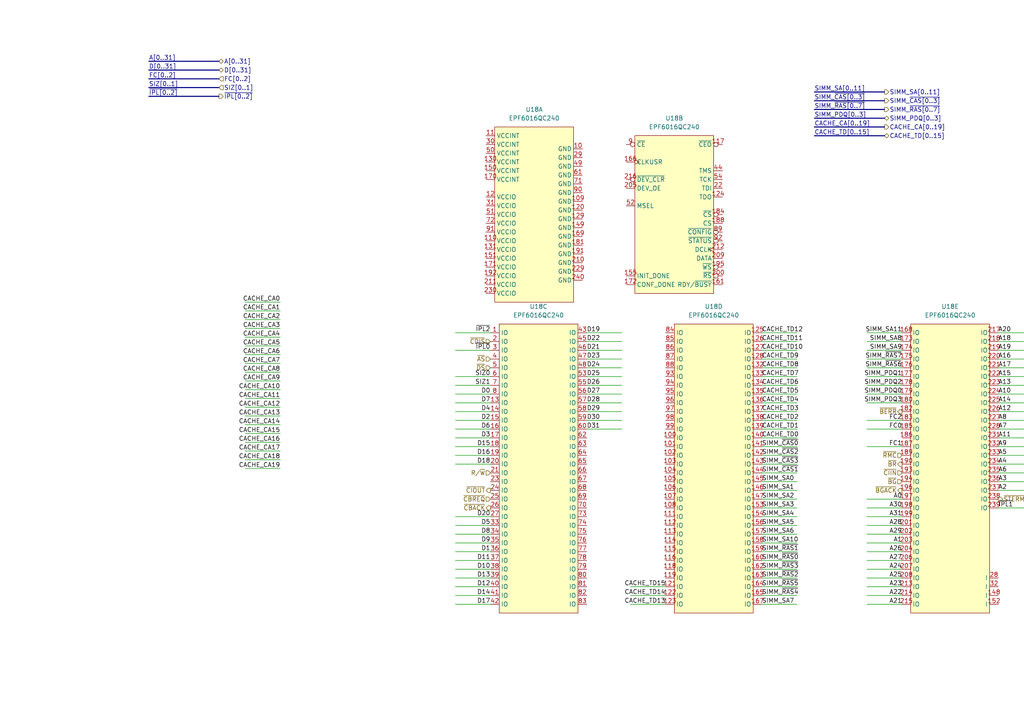
<source format=kicad_sch>
(kicad_sch (version 20230121) (generator eeschema)
  (paper "A4")
  (lib_symbols
    (symbol "m68k-hbc-ic:EPF6016QC240"
      (property "Reference" "U" (at 0 45.72 0))
      (property "Value" "EPF6016QC240" (at 0 43.18 0))
      (symbol "EPF6016QC240_1_0"
        (pin power_in line (at 13.97 5.08 180) (length 2.54) (name "GND") (number "109"))
        (pin power_in line (at -13.97 -6.35 0) (length 2.54) (name "VCCIO") (number "110"))
        (pin power_in line (at -13.97 6.35 0) (length 2.54) (name "VCCIO") (number "12"))
        (pin power_in line (at 13.97 2.54 180) (length 2.54) (name "GND") (number "120"))
        (pin power_in line (at 13.97 0 180) (length 2.54) (name "GND") (number "129"))
        (pin power_in line (at -13.97 -8.89 0) (length 2.54) (name "VCCIO") (number "131"))
        (pin power_in line (at 13.97 -2.54 180) (length 2.54) (name "GND") (number "149"))
        (pin power_in line (at -13.97 -11.43 0) (length 2.54) (name "VCCIO") (number "151"))
        (pin power_in line (at 13.97 -5.08 180) (length 2.54) (name "GND") (number "169"))
        (pin power_in line (at -13.97 -13.97 0) (length 2.54) (name "VCCIO") (number "171"))
        (pin power_in line (at 13.97 -10.16 180) (length 2.54) (name "GND") (number "191"))
        (pin power_in line (at -13.97 -16.51 0) (length 2.54) (name "VCCIO") (number "192"))
        (pin power_in line (at 13.97 -15.24 180) (length 2.54) (name "GND") (number "229"))
        (pin power_in line (at -13.97 -21.59 0) (length 2.54) (name "VCCIO") (number "230"))
        (pin power_in line (at 13.97 17.78 180) (length 2.54) (name "GND") (number "29"))
        (pin power_in line (at -13.97 21.59 0) (length 2.54) (name "VCCINT") (number "30"))
        (pin power_in line (at -13.97 3.81 0) (length 2.54) (name "VCCIO") (number "31"))
        (pin power_in line (at 13.97 15.24 180) (length 2.54) (name "GND") (number "49"))
        (pin power_in line (at -13.97 19.05 0) (length 2.54) (name "VCCINT") (number "50"))
        (pin power_in line (at -13.97 1.27 0) (length 2.54) (name "VCCIO") (number "51"))
        (pin power_in line (at 13.97 12.7 180) (length 2.54) (name "GND") (number "61"))
        (pin power_in line (at 13.97 10.16 180) (length 2.54) (name "GND") (number "71"))
        (pin power_in line (at -13.97 -1.27 0) (length 2.54) (name "VCCIO") (number "72"))
      )
      (symbol "EPF6016QC240_1_1"
        (rectangle (start -11.43 26.67) (end 11.43 -24.13) (fill (type background)))
        (pin power_in line (at 13.97 20.32 180) (length 2.54) (name "GND") (number "10"))
        (pin power_in line (at -13.97 24.13 0) (length 2.54) (name "VCCINT") (number "11"))
        (pin power_in line (at -13.97 16.51 0) (length 2.54) (name "VCCINT") (number "130"))
        (pin power_in line (at -13.97 13.97 0) (length 2.54) (name "VCCINT") (number "150"))
        (pin power_in line (at -13.97 11.43 0) (length 2.54) (name "VCCINT") (number "170"))
        (pin power_in line (at 13.97 -7.62 180) (length 2.54) (name "GND") (number "181"))
        (pin power_in line (at 13.97 -12.7 180) (length 2.54) (name "GND") (number "210"))
        (pin power_in line (at -13.97 -19.05 0) (length 2.54) (name "VCCIO") (number "211"))
        (pin power_in line (at 13.97 -17.78 180) (length 2.54) (name "GND") (number "240"))
        (pin power_in line (at 13.97 7.62 180) (length 2.54) (name "GND") (number "90"))
        (pin power_in line (at -13.97 -3.81 0) (length 2.54) (name "VCCIO") (number "91"))
      )
      (symbol "EPF6016QC240_2_0"
        (pin output inverted (at 13.97 20.32 180) (length 2.54) (name "~{CEO}") (number "117"))
        (pin bidirectional line (at 13.97 -20.32 180) (length 2.54) (name "RDY/~{BUSY}") (number "161"))
        (pin input clock (at -13.97 15.24 0) (length 2.54) (name "CLKUSR") (number "166"))
        (pin bidirectional line (at -13.97 -20.32 0) (length 2.54) (name "CONF_DONE") (number "172"))
        (pin bidirectional inverted (at 13.97 0 180) (length 2.54) (name "~{CS}") (number "184"))
        (pin bidirectional inverted (at 13.97 -15.24 180) (length 2.54) (name "~{WS}") (number "195"))
        (pin bidirectional inverted (at 13.97 -17.78 180) (length 2.54) (name "~{RS}") (number "200"))
        (pin input line (at 13.97 12.7 180) (length 2.54) (name "TMS") (number "44"))
        (pin input line (at 13.97 10.16 180) (length 2.54) (name "TCK") (number "54"))
        (pin input inverted (at -13.97 20.32 0) (length 2.54) (name "~{CE}") (number "9"))
      )
      (symbol "EPF6016QC240_2_1"
        (rectangle (start -11.43 22.86) (end 11.43 -22.86) (fill (type background)))
        (pin output line (at 13.97 5.08 180) (length 2.54) (name "TDO") (number "124"))
        (pin bidirectional line (at -13.97 -17.78 0) (length 2.54) (name "INIT_DONE") (number "155"))
        (pin bidirectional line (at 13.97 -2.54 180) (length 2.54) (name "CS") (number "188"))
        (pin bidirectional line (at -13.97 7.62 0) (length 2.54) (name "DEV_OE") (number "205"))
        (pin input line (at 13.97 -12.7 180) (length 2.54) (name "DATA") (number "209"))
        (pin bidirectional clock (at 13.97 -10.16 180) (length 2.54) (name "DCLK") (number "212"))
        (pin bidirectional inverted (at -13.97 10.16 0) (length 2.54) (name "~{DEV_CLR}") (number "216"))
        (pin input line (at 13.97 7.62 180) (length 2.54) (name "TDI") (number "22"))
        (pin input line (at -13.97 2.54 0) (length 2.54) (name "MSEL") (number "52"))
        (pin bidirectional inverted (at 13.97 -5.08 180) (length 2.54) (name "~{CONFIG}") (number "89"))
        (pin bidirectional inverted (at 13.97 -7.62 180) (length 2.54) (name "~{STATUS}") (number "92"))
      )
      (symbol "EPF6016QC240_3_0"
        (pin bidirectional line (at -13.97 39.37 0) (length 2.54) (name "IO") (number "1"))
        (pin bidirectional line (at -13.97 19.05 0) (length 2.54) (name "IO") (number "13"))
        (pin bidirectional line (at -13.97 16.51 0) (length 2.54) (name "IO") (number "14"))
        (pin bidirectional line (at -13.97 13.97 0) (length 2.54) (name "IO") (number "15"))
        (pin bidirectional line (at -13.97 8.89 0) (length 2.54) (name "IO") (number "17"))
        (pin bidirectional line (at -13.97 6.35 0) (length 2.54) (name "IO") (number "18"))
        (pin bidirectional line (at -13.97 3.81 0) (length 2.54) (name "IO") (number "19"))
        (pin bidirectional line (at -13.97 -1.27 0) (length 2.54) (name "IO") (number "21"))
        (pin bidirectional line (at -13.97 -6.35 0) (length 2.54) (name "IO") (number "24"))
        (pin bidirectional line (at -13.97 -8.89 0) (length 2.54) (name "IO") (number "25"))
        (pin bidirectional line (at -13.97 -16.51 0) (length 2.54) (name "IO") (number "33"))
        (pin bidirectional line (at -13.97 -19.05 0) (length 2.54) (name "IO") (number "34"))
        (pin bidirectional line (at -13.97 -21.59 0) (length 2.54) (name "IO") (number "35"))
        (pin bidirectional line (at -13.97 -24.13 0) (length 2.54) (name "IO") (number "36"))
        (pin bidirectional line (at -13.97 -29.21 0) (length 2.54) (name "IO") (number "38"))
        (pin bidirectional line (at -13.97 -31.75 0) (length 2.54) (name "IO") (number "39"))
        (pin bidirectional line (at -13.97 -34.29 0) (length 2.54) (name "IO") (number "40"))
        (pin bidirectional line (at -13.97 -36.83 0) (length 2.54) (name "IO") (number "41"))
        (pin bidirectional line (at 13.97 39.37 180) (length 2.54) (name "IO") (number "43"))
        (pin bidirectional line (at 13.97 36.83 180) (length 2.54) (name "IO") (number "45"))
        (pin bidirectional line (at 13.97 34.29 180) (length 2.54) (name "IO") (number "46"))
        (pin bidirectional line (at 13.97 29.21 180) (length 2.54) (name "IO") (number "48"))
        (pin bidirectional line (at 13.97 26.67 180) (length 2.54) (name "IO") (number "53"))
        (pin bidirectional line (at 13.97 24.13 180) (length 2.54) (name "IO") (number "55"))
        (pin bidirectional line (at 13.97 21.59 180) (length 2.54) (name "IO") (number "56"))
        (pin bidirectional line (at -13.97 26.67 0) (length 2.54) (name "IO") (number "6"))
        (pin bidirectional line (at 13.97 8.89 180) (length 2.54) (name "IO") (number "62"))
        (pin bidirectional line (at 13.97 6.35 180) (length 2.54) (name "IO") (number "63"))
        (pin bidirectional line (at 13.97 3.81 180) (length 2.54) (name "IO") (number "64"))
        (pin bidirectional line (at 13.97 1.27 180) (length 2.54) (name "IO") (number "65"))
        (pin bidirectional line (at 13.97 -1.27 180) (length 2.54) (name "IO") (number "66"))
        (pin bidirectional line (at 13.97 -3.81 180) (length 2.54) (name "IO") (number "67"))
        (pin bidirectional line (at 13.97 -6.35 180) (length 2.54) (name "IO") (number "68"))
        (pin bidirectional line (at -13.97 24.13 0) (length 2.54) (name "IO") (number "7"))
        (pin bidirectional line (at 13.97 -11.43 180) (length 2.54) (name "IO") (number "70"))
        (pin bidirectional line (at 13.97 -16.51 180) (length 2.54) (name "IO") (number "74"))
        (pin bidirectional line (at 13.97 -19.05 180) (length 2.54) (name "IO") (number "75"))
        (pin bidirectional line (at 13.97 -26.67 180) (length 2.54) (name "IO") (number "78"))
        (pin bidirectional line (at 13.97 -29.21 180) (length 2.54) (name "IO") (number "79"))
        (pin bidirectional line (at -13.97 21.59 0) (length 2.54) (name "IO") (number "8"))
        (pin bidirectional line (at 13.97 -31.75 180) (length 2.54) (name "IO") (number "80"))
        (pin bidirectional line (at 13.97 -34.29 180) (length 2.54) (name "IO") (number "81"))
        (pin bidirectional line (at 13.97 -36.83 180) (length 2.54) (name "IO") (number "82"))
        (pin bidirectional line (at 13.97 -39.37 180) (length 2.54) (name "IO") (number "83"))
      )
      (symbol "EPF6016QC240_3_1"
        (rectangle (start -11.43 41.91) (end 11.43 -41.91) (fill (type background)))
        (pin bidirectional line (at -13.97 11.43 0) (length 2.54) (name "IO") (number "16"))
        (pin bidirectional line (at -13.97 36.83 0) (length 2.54) (name "IO") (number "2"))
        (pin bidirectional line (at -13.97 1.27 0) (length 2.54) (name "IO") (number "20"))
        (pin bidirectional line (at -13.97 -3.81 0) (length 2.54) (name "IO") (number "23"))
        (pin bidirectional line (at -13.97 -11.43 0) (length 2.54) (name "IO") (number "26"))
        (pin bidirectional line (at -13.97 -13.97 0) (length 2.54) (name "IO") (number "27"))
        (pin bidirectional line (at -13.97 34.29 0) (length 2.54) (name "IO") (number "3"))
        (pin bidirectional line (at -13.97 -26.67 0) (length 2.54) (name "IO") (number "37"))
        (pin bidirectional line (at -13.97 31.75 0) (length 2.54) (name "IO") (number "4"))
        (pin bidirectional line (at -13.97 -39.37 0) (length 2.54) (name "IO") (number "42"))
        (pin bidirectional line (at 13.97 31.75 180) (length 2.54) (name "IO") (number "47"))
        (pin bidirectional line (at -13.97 29.21 0) (length 2.54) (name "IO") (number "5"))
        (pin bidirectional line (at 13.97 19.05 180) (length 2.54) (name "IO") (number "57"))
        (pin bidirectional line (at 13.97 16.51 180) (length 2.54) (name "IO") (number "58"))
        (pin bidirectional line (at 13.97 13.97 180) (length 2.54) (name "IO") (number "59"))
        (pin bidirectional line (at 13.97 11.43 180) (length 2.54) (name "IO") (number "60"))
        (pin bidirectional line (at 13.97 -8.89 180) (length 2.54) (name "IO") (number "69"))
        (pin bidirectional line (at 13.97 -13.97 180) (length 2.54) (name "IO") (number "73"))
        (pin bidirectional line (at 13.97 -21.59 180) (length 2.54) (name "IO") (number "76"))
        (pin bidirectional line (at 13.97 -24.13 180) (length 2.54) (name "IO") (number "77"))
      )
      (symbol "EPF6016QC240_4_0"
        (pin bidirectional line (at -13.97 8.89 0) (length 2.54) (name "IO") (number "100"))
        (pin bidirectional line (at -13.97 6.35 0) (length 2.54) (name "IO") (number "101"))
        (pin bidirectional line (at -13.97 3.81 0) (length 2.54) (name "IO") (number "102"))
        (pin bidirectional line (at -13.97 1.27 0) (length 2.54) (name "IO") (number "103"))
        (pin bidirectional line (at -13.97 -3.81 0) (length 2.54) (name "IO") (number "105"))
        (pin bidirectional line (at -13.97 -6.35 0) (length 2.54) (name "IO") (number "106"))
        (pin bidirectional line (at -13.97 -8.89 0) (length 2.54) (name "IO") (number "107"))
        (pin bidirectional line (at -13.97 -11.43 0) (length 2.54) (name "IO") (number "108"))
        (pin bidirectional line (at -13.97 -13.97 0) (length 2.54) (name "IO") (number "111"))
        (pin bidirectional line (at -13.97 -19.05 0) (length 2.54) (name "IO") (number "113"))
        (pin bidirectional line (at -13.97 -21.59 0) (length 2.54) (name "IO") (number "114"))
        (pin bidirectional line (at -13.97 -24.13 0) (length 2.54) (name "IO") (number "115"))
        (pin bidirectional line (at -13.97 -26.67 0) (length 2.54) (name "IO") (number "116"))
        (pin bidirectional line (at -13.97 -29.21 0) (length 2.54) (name "IO") (number "118"))
        (pin bidirectional line (at -13.97 -31.75 0) (length 2.54) (name "IO") (number "119"))
        (pin bidirectional line (at 13.97 36.83 180) (length 2.54) (name "IO") (number "126"))
        (pin bidirectional line (at 13.97 34.29 180) (length 2.54) (name "IO") (number "127"))
        (pin bidirectional line (at 13.97 31.75 180) (length 2.54) (name "IO") (number "128"))
        (pin bidirectional line (at 13.97 29.21 180) (length 2.54) (name "IO") (number "132"))
        (pin bidirectional line (at 13.97 26.67 180) (length 2.54) (name "IO") (number "133"))
        (pin bidirectional line (at 13.97 24.13 180) (length 2.54) (name "IO") (number "134"))
        (pin bidirectional line (at 13.97 19.05 180) (length 2.54) (name "IO") (number "136"))
        (pin bidirectional line (at 13.97 16.51 180) (length 2.54) (name "IO") (number "137"))
        (pin bidirectional line (at 13.97 13.97 180) (length 2.54) (name "IO") (number "138"))
        (pin bidirectional line (at 13.97 11.43 180) (length 2.54) (name "IO") (number "139"))
        (pin bidirectional line (at 13.97 6.35 180) (length 2.54) (name "IO") (number "141"))
        (pin bidirectional line (at 13.97 3.81 180) (length 2.54) (name "IO") (number "142"))
        (pin bidirectional line (at 13.97 1.27 180) (length 2.54) (name "IO") (number "143"))
        (pin bidirectional line (at 13.97 -1.27 180) (length 2.54) (name "IO") (number "144"))
        (pin bidirectional line (at 13.97 -6.35 180) (length 2.54) (name "IO") (number "146"))
        (pin bidirectional line (at 13.97 -8.89 180) (length 2.54) (name "IO") (number "147"))
        (pin bidirectional line (at 13.97 -11.43 180) (length 2.54) (name "IO") (number "153"))
        (pin bidirectional line (at 13.97 -13.97 180) (length 2.54) (name "IO") (number "154"))
        (pin bidirectional line (at 13.97 -16.51 180) (length 2.54) (name "IO") (number "156"))
        (pin bidirectional line (at 13.97 -19.05 180) (length 2.54) (name "IO") (number "157"))
        (pin bidirectional line (at 13.97 -21.59 180) (length 2.54) (name "IO") (number "158"))
        (pin bidirectional line (at 13.97 -29.21 180) (length 2.54) (name "IO") (number "162"))
        (pin bidirectional line (at 13.97 -31.75 180) (length 2.54) (name "IO") (number "163"))
        (pin bidirectional line (at 13.97 -34.29 180) (length 2.54) (name "IO") (number "164"))
        (pin bidirectional line (at 13.97 -39.37 180) (length 2.54) (name "IO") (number "167"))
        (pin bidirectional line (at -13.97 39.37 0) (length 2.54) (name "IO") (number "84"))
        (pin bidirectional line (at -13.97 34.29 0) (length 2.54) (name "IO") (number "86"))
        (pin bidirectional line (at -13.97 31.75 0) (length 2.54) (name "IO") (number "87"))
        (pin bidirectional line (at -13.97 29.21 0) (length 2.54) (name "IO") (number "88"))
        (pin bidirectional line (at -13.97 24.13 0) (length 2.54) (name "IO") (number "94"))
        (pin bidirectional line (at -13.97 21.59 0) (length 2.54) (name "IO") (number "95"))
        (pin bidirectional line (at -13.97 16.51 0) (length 2.54) (name "IO") (number "97"))
        (pin bidirectional line (at -13.97 13.97 0) (length 2.54) (name "IO") (number "98"))
        (pin bidirectional line (at -13.97 11.43 0) (length 2.54) (name "IO") (number "99"))
      )
      (symbol "EPF6016QC240_4_1"
        (rectangle (start -11.43 41.91) (end 11.43 -41.91) (fill (type background)))
        (pin bidirectional line (at -13.97 -1.27 0) (length 2.54) (name "IO") (number "104"))
        (pin bidirectional line (at -13.97 -16.51 0) (length 2.54) (name "IO") (number "112"))
        (pin bidirectional line (at -13.97 -34.29 0) (length 2.54) (name "IO") (number "121"))
        (pin bidirectional line (at -13.97 -36.83 0) (length 2.54) (name "IO") (number "122"))
        (pin bidirectional line (at -13.97 -39.37 0) (length 2.54) (name "IO") (number "123"))
        (pin bidirectional line (at 13.97 39.37 180) (length 2.54) (name "IO") (number "125"))
        (pin bidirectional line (at 13.97 21.59 180) (length 2.54) (name "IO") (number "135"))
        (pin bidirectional line (at 13.97 8.89 180) (length 2.54) (name "IO") (number "140"))
        (pin bidirectional line (at 13.97 -3.81 180) (length 2.54) (name "IO") (number "145"))
        (pin bidirectional line (at 13.97 -24.13 180) (length 2.54) (name "IO") (number "159"))
        (pin bidirectional line (at 13.97 -26.67 180) (length 2.54) (name "IO") (number "160"))
        (pin bidirectional line (at 13.97 -36.83 180) (length 2.54) (name "IO") (number "165"))
        (pin bidirectional line (at -13.97 36.83 0) (length 2.54) (name "IO") (number "85"))
        (pin bidirectional line (at -13.97 26.67 0) (length 2.54) (name "IO") (number "93"))
        (pin bidirectional line (at -13.97 19.05 0) (length 2.54) (name "IO") (number "96"))
      )
      (symbol "EPF6016QC240_5_0"
        (pin input line (at 13.97 -36.83 180) (length 2.54) (name "I") (number "148"))
        (pin input line (at 13.97 -39.37 180) (length 2.54) (name "I") (number "152"))
        (pin bidirectional line (at -13.97 39.37 0) (length 2.54) (name "IO") (number "168"))
        (pin bidirectional line (at -13.97 36.83 0) (length 2.54) (name "IO") (number "173"))
        (pin bidirectional line (at -13.97 34.29 0) (length 2.54) (name "IO") (number "174"))
        (pin bidirectional line (at -13.97 31.75 0) (length 2.54) (name "IO") (number "175"))
        (pin bidirectional line (at -13.97 6.35 0) (length 2.54) (name "IO") (number "187"))
        (pin bidirectional line (at -13.97 -1.27 0) (length 2.54) (name "IO") (number "193"))
        (pin bidirectional line (at -13.97 -3.81 0) (length 2.54) (name "IO") (number "194"))
        (pin bidirectional line (at -13.97 -6.35 0) (length 2.54) (name "IO") (number "196"))
        (pin bidirectional line (at -13.97 -11.43 0) (length 2.54) (name "IO") (number "198"))
        (pin bidirectional line (at -13.97 -13.97 0) (length 2.54) (name "IO") (number "199"))
        (pin bidirectional line (at -13.97 -16.51 0) (length 2.54) (name "IO") (number "201"))
        (pin bidirectional line (at -13.97 -19.05 0) (length 2.54) (name "IO") (number "202"))
        (pin bidirectional line (at -13.97 -21.59 0) (length 2.54) (name "IO") (number "203"))
        (pin bidirectional line (at -13.97 -24.13 0) (length 2.54) (name "IO") (number "204"))
        (pin bidirectional line (at -13.97 -26.67 0) (length 2.54) (name "IO") (number "206"))
        (pin bidirectional line (at -13.97 -29.21 0) (length 2.54) (name "IO") (number "207"))
        (pin bidirectional line (at -13.97 -31.75 0) (length 2.54) (name "IO") (number "208"))
        (pin bidirectional line (at -13.97 -36.83 0) (length 2.54) (name "IO") (number "214"))
        (pin bidirectional line (at -13.97 -39.37 0) (length 2.54) (name "IO") (number "215"))
        (pin bidirectional line (at 13.97 39.37 180) (length 2.54) (name "IO") (number "217"))
        (pin bidirectional line (at 13.97 36.83 180) (length 2.54) (name "IO") (number "218"))
        (pin bidirectional line (at 13.97 34.29 180) (length 2.54) (name "IO") (number "219"))
        (pin bidirectional line (at 13.97 31.75 180) (length 2.54) (name "IO") (number "220"))
        (pin bidirectional line (at 13.97 29.21 180) (length 2.54) (name "IO") (number "221"))
        (pin bidirectional line (at 13.97 26.67 180) (length 2.54) (name "IO") (number "222"))
        (pin bidirectional line (at 13.97 24.13 180) (length 2.54) (name "IO") (number "223"))
        (pin bidirectional line (at 13.97 19.05 180) (length 2.54) (name "IO") (number "225"))
        (pin bidirectional line (at 13.97 16.51 180) (length 2.54) (name "IO") (number "226"))
        (pin bidirectional line (at 13.97 13.97 180) (length 2.54) (name "IO") (number "227"))
        (pin bidirectional line (at 13.97 11.43 180) (length 2.54) (name "IO") (number "228"))
        (pin bidirectional line (at 13.97 8.89 180) (length 2.54) (name "IO") (number "231"))
        (pin bidirectional line (at 13.97 3.81 180) (length 2.54) (name "IO") (number "233"))
        (pin bidirectional line (at 13.97 1.27 180) (length 2.54) (name "IO") (number "234"))
        (pin bidirectional line (at 13.97 -1.27 180) (length 2.54) (name "IO") (number "235"))
        (pin bidirectional line (at 13.97 -6.35 180) (length 2.54) (name "IO") (number "237"))
        (pin input line (at 13.97 -31.75 180) (length 2.54) (name "I") (number "28"))
      )
      (symbol "EPF6016QC240_5_1"
        (rectangle (start -11.43 41.91) (end 11.43 -41.91) (fill (type background)))
        (pin bidirectional line (at -13.97 29.21 0) (length 2.54) (name "IO") (number "176"))
        (pin bidirectional line (at -13.97 26.67 0) (length 2.54) (name "IO") (number "177"))
        (pin bidirectional line (at -13.97 24.13 0) (length 2.54) (name "IO") (number "178"))
        (pin bidirectional line (at -13.97 21.59 0) (length 2.54) (name "IO") (number "179"))
        (pin bidirectional line (at -13.97 19.05 0) (length 2.54) (name "IO") (number "180"))
        (pin bidirectional line (at -13.97 16.51 0) (length 2.54) (name "IO") (number "182"))
        (pin bidirectional line (at -13.97 13.97 0) (length 2.54) (name "IO") (number "183"))
        (pin bidirectional line (at -13.97 11.43 0) (length 2.54) (name "IO") (number "185"))
        (pin bidirectional line (at -13.97 8.89 0) (length 2.54) (name "IO") (number "186"))
        (pin bidirectional line (at -13.97 3.81 0) (length 2.54) (name "IO") (number "189"))
        (pin bidirectional line (at -13.97 1.27 0) (length 2.54) (name "IO") (number "190"))
        (pin bidirectional line (at -13.97 -8.89 0) (length 2.54) (name "IO") (number "197"))
        (pin bidirectional line (at -13.97 -34.29 0) (length 2.54) (name "IO") (number "213"))
        (pin bidirectional line (at 13.97 21.59 180) (length 2.54) (name "IO") (number "224"))
        (pin bidirectional line (at 13.97 6.35 180) (length 2.54) (name "IO") (number "232"))
        (pin bidirectional line (at 13.97 -3.81 180) (length 2.54) (name "IO") (number "236"))
        (pin bidirectional line (at 13.97 -8.89 180) (length 2.54) (name "IO") (number "238"))
        (pin bidirectional line (at 13.97 -11.43 180) (length 2.54) (name "IO") (number "239"))
        (pin input line (at 13.97 -34.29 180) (length 2.54) (name "I") (number "32"))
      )
    )
  )
  (bus (pts (xy 236.22 36.83) (xy 256.54 36.83)))
  (wire (pts (xy 71.12 115.57) (xy 81.28 115.57)))
  (wire (pts (xy 299.72 124.46) (xy 289.56 124.46)))
  (wire (pts (xy 251.46 96.52) (xy 261.62 96.52)))
  (wire (pts (xy 231.14 121.92) (xy 220.98 121.92)))
  (wire (pts (xy 132.08 121.92) (xy 142.24 121.92)))
  (wire (pts (xy 231.14 134.62) (xy 220.98 134.62)))
  (wire (pts (xy 231.14 165.1) (xy 220.98 165.1)))
  (wire (pts (xy 299.72 114.3) (xy 289.56 114.3)))
  (wire (pts (xy 299.72 142.24) (xy 289.56 142.24)))
  (wire (pts (xy 132.08 111.76) (xy 142.24 111.76)))
  (wire (pts (xy 251.46 129.54) (xy 261.62 129.54)))
  (wire (pts (xy 251.46 175.26) (xy 261.62 175.26)))
  (wire (pts (xy 231.14 144.78) (xy 220.98 144.78)))
  (bus (pts (xy 43.18 22.86) (xy 63.5 22.86)))
  (wire (pts (xy 251.46 160.02) (xy 261.62 160.02)))
  (wire (pts (xy 231.14 96.52) (xy 220.98 96.52)))
  (wire (pts (xy 132.08 134.62) (xy 142.24 134.62)))
  (wire (pts (xy 71.12 105.41) (xy 81.28 105.41)))
  (wire (pts (xy 71.12 113.03) (xy 81.28 113.03)))
  (wire (pts (xy 231.14 175.26) (xy 220.98 175.26)))
  (wire (pts (xy 71.12 107.95) (xy 81.28 107.95)))
  (wire (pts (xy 231.14 147.32) (xy 220.98 147.32)))
  (wire (pts (xy 180.34 119.38) (xy 170.18 119.38)))
  (wire (pts (xy 71.12 97.79) (xy 81.28 97.79)))
  (wire (pts (xy 231.14 129.54) (xy 220.98 129.54)))
  (wire (pts (xy 299.72 109.22) (xy 289.56 109.22)))
  (wire (pts (xy 71.12 102.87) (xy 81.28 102.87)))
  (wire (pts (xy 251.46 152.4) (xy 261.62 152.4)))
  (wire (pts (xy 231.14 104.14) (xy 220.98 104.14)))
  (wire (pts (xy 71.12 90.17) (xy 81.28 90.17)))
  (wire (pts (xy 132.08 101.6) (xy 142.24 101.6)))
  (wire (pts (xy 71.12 133.35) (xy 81.28 133.35)))
  (wire (pts (xy 71.12 95.25) (xy 81.28 95.25)))
  (wire (pts (xy 299.72 137.16) (xy 289.56 137.16)))
  (wire (pts (xy 299.72 134.62) (xy 289.56 134.62)))
  (wire (pts (xy 231.14 116.84) (xy 220.98 116.84)))
  (wire (pts (xy 132.08 127) (xy 142.24 127)))
  (bus (pts (xy 236.22 39.37) (xy 256.54 39.37)))
  (wire (pts (xy 71.12 92.71) (xy 81.28 92.71)))
  (wire (pts (xy 180.34 99.06) (xy 170.18 99.06)))
  (wire (pts (xy 251.46 99.06) (xy 261.62 99.06)))
  (wire (pts (xy 251.46 165.1) (xy 261.62 165.1)))
  (wire (pts (xy 251.46 111.76) (xy 261.62 111.76)))
  (wire (pts (xy 251.46 172.72) (xy 261.62 172.72)))
  (wire (pts (xy 180.34 101.6) (xy 170.18 101.6)))
  (wire (pts (xy 180.34 124.46) (xy 170.18 124.46)))
  (wire (pts (xy 132.08 116.84) (xy 142.24 116.84)))
  (wire (pts (xy 299.72 147.32) (xy 289.56 147.32)))
  (wire (pts (xy 231.14 142.24) (xy 220.98 142.24)))
  (wire (pts (xy 231.14 162.56) (xy 220.98 162.56)))
  (wire (pts (xy 251.46 144.78) (xy 261.62 144.78)))
  (wire (pts (xy 251.46 121.92) (xy 261.62 121.92)))
  (wire (pts (xy 132.08 152.4) (xy 142.24 152.4)))
  (wire (pts (xy 299.72 116.84) (xy 289.56 116.84)))
  (wire (pts (xy 132.08 162.56) (xy 142.24 162.56)))
  (wire (pts (xy 231.14 124.46) (xy 220.98 124.46)))
  (wire (pts (xy 71.12 123.19) (xy 81.28 123.19)))
  (bus (pts (xy 236.22 31.75) (xy 256.54 31.75)))
  (wire (pts (xy 132.08 160.02) (xy 142.24 160.02)))
  (wire (pts (xy 251.46 157.48) (xy 261.62 157.48)))
  (wire (pts (xy 299.72 111.76) (xy 289.56 111.76)))
  (wire (pts (xy 251.46 149.86) (xy 261.62 149.86)))
  (wire (pts (xy 251.46 147.32) (xy 261.62 147.32)))
  (wire (pts (xy 132.08 175.26) (xy 142.24 175.26)))
  (wire (pts (xy 299.72 139.7) (xy 289.56 139.7)))
  (wire (pts (xy 132.08 129.54) (xy 142.24 129.54)))
  (wire (pts (xy 231.14 137.16) (xy 220.98 137.16)))
  (wire (pts (xy 251.46 162.56) (xy 261.62 162.56)))
  (wire (pts (xy 180.34 104.14) (xy 170.18 104.14)))
  (wire (pts (xy 231.14 160.02) (xy 220.98 160.02)))
  (wire (pts (xy 299.72 104.14) (xy 289.56 104.14)))
  (wire (pts (xy 231.14 119.38) (xy 220.98 119.38)))
  (wire (pts (xy 132.08 172.72) (xy 142.24 172.72)))
  (wire (pts (xy 251.46 154.94) (xy 261.62 154.94)))
  (wire (pts (xy 231.14 154.94) (xy 220.98 154.94)))
  (wire (pts (xy 251.46 109.22) (xy 261.62 109.22)))
  (wire (pts (xy 132.08 114.3) (xy 142.24 114.3)))
  (wire (pts (xy 299.72 132.08) (xy 289.56 132.08)))
  (bus (pts (xy 236.22 34.29) (xy 256.54 34.29)))
  (wire (pts (xy 299.72 106.68) (xy 289.56 106.68)))
  (wire (pts (xy 182.88 170.18) (xy 193.04 170.18)))
  (wire (pts (xy 299.72 121.92) (xy 289.56 121.92)))
  (wire (pts (xy 180.34 109.22) (xy 170.18 109.22)))
  (wire (pts (xy 71.12 118.11) (xy 81.28 118.11)))
  (wire (pts (xy 299.72 99.06) (xy 289.56 99.06)))
  (wire (pts (xy 299.72 101.6) (xy 289.56 101.6)))
  (wire (pts (xy 71.12 135.89) (xy 81.28 135.89)))
  (bus (pts (xy 43.18 27.94) (xy 63.5 27.94)))
  (wire (pts (xy 299.72 127) (xy 289.56 127)))
  (wire (pts (xy 180.34 116.84) (xy 170.18 116.84)))
  (wire (pts (xy 251.46 101.6) (xy 261.62 101.6)))
  (wire (pts (xy 231.14 114.3) (xy 220.98 114.3)))
  (wire (pts (xy 132.08 132.08) (xy 142.24 132.08)))
  (wire (pts (xy 71.12 100.33) (xy 81.28 100.33)))
  (wire (pts (xy 251.46 104.14) (xy 261.62 104.14)))
  (wire (pts (xy 132.08 154.94) (xy 142.24 154.94)))
  (wire (pts (xy 231.14 109.22) (xy 220.98 109.22)))
  (wire (pts (xy 132.08 124.46) (xy 142.24 124.46)))
  (bus (pts (xy 43.18 17.78) (xy 63.5 17.78)))
  (wire (pts (xy 132.08 119.38) (xy 142.24 119.38)))
  (wire (pts (xy 132.08 149.86) (xy 142.24 149.86)))
  (wire (pts (xy 231.14 157.48) (xy 220.98 157.48)))
  (wire (pts (xy 231.14 172.72) (xy 220.98 172.72)))
  (wire (pts (xy 299.72 129.54) (xy 289.56 129.54)))
  (wire (pts (xy 71.12 125.73) (xy 81.28 125.73)))
  (wire (pts (xy 71.12 87.63) (xy 81.28 87.63)))
  (wire (pts (xy 251.46 170.18) (xy 261.62 170.18)))
  (wire (pts (xy 132.08 109.22) (xy 142.24 109.22)))
  (wire (pts (xy 251.46 116.84) (xy 261.62 116.84)))
  (wire (pts (xy 180.34 114.3) (xy 170.18 114.3)))
  (wire (pts (xy 132.08 167.64) (xy 142.24 167.64)))
  (wire (pts (xy 182.88 172.72) (xy 193.04 172.72)))
  (wire (pts (xy 251.46 167.64) (xy 261.62 167.64)))
  (wire (pts (xy 71.12 120.65) (xy 81.28 120.65)))
  (wire (pts (xy 231.14 149.86) (xy 220.98 149.86)))
  (bus (pts (xy 236.22 26.67) (xy 256.54 26.67)))
  (wire (pts (xy 231.14 139.7) (xy 220.98 139.7)))
  (wire (pts (xy 180.34 96.52) (xy 170.18 96.52)))
  (bus (pts (xy 43.18 20.32) (xy 63.5 20.32)))
  (wire (pts (xy 180.34 121.92) (xy 170.18 121.92)))
  (wire (pts (xy 180.34 111.76) (xy 170.18 111.76)))
  (wire (pts (xy 132.08 96.52) (xy 142.24 96.52)))
  (bus (pts (xy 236.22 29.21) (xy 256.54 29.21)))
  (wire (pts (xy 231.14 127) (xy 220.98 127)))
  (wire (pts (xy 231.14 170.18) (xy 220.98 170.18)))
  (bus (pts (xy 43.18 25.4) (xy 63.5 25.4)))
  (wire (pts (xy 231.14 99.06) (xy 220.98 99.06)))
  (wire (pts (xy 71.12 130.81) (xy 81.28 130.81)))
  (wire (pts (xy 251.46 106.68) (xy 261.62 106.68)))
  (wire (pts (xy 251.46 114.3) (xy 261.62 114.3)))
  (wire (pts (xy 180.34 106.68) (xy 170.18 106.68)))
  (wire (pts (xy 299.72 119.38) (xy 289.56 119.38)))
  (wire (pts (xy 132.08 157.48) (xy 142.24 157.48)))
  (wire (pts (xy 71.12 110.49) (xy 81.28 110.49)))
  (wire (pts (xy 231.14 106.68) (xy 220.98 106.68)))
  (wire (pts (xy 231.14 132.08) (xy 220.98 132.08)))
  (wire (pts (xy 71.12 128.27) (xy 81.28 128.27)))
  (wire (pts (xy 132.08 165.1) (xy 142.24 165.1)))
  (wire (pts (xy 299.72 96.52) (xy 289.56 96.52)))
  (wire (pts (xy 132.08 170.18) (xy 142.24 170.18)))
  (wire (pts (xy 231.14 152.4) (xy 220.98 152.4)))
  (wire (pts (xy 231.14 167.64) (xy 220.98 167.64)))
  (wire (pts (xy 182.88 175.26) (xy 193.04 175.26)))
  (wire (pts (xy 231.14 101.6) (xy 220.98 101.6)))
  (wire (pts (xy 231.14 111.76) (xy 220.98 111.76)))
  (wire (pts (xy 251.46 124.46) (xy 261.62 124.46)))
  (label "SIMM_SA3" (at 220.98 147.32 0))
  (label "SIMM_SA7" (at 220.98 175.26 0))
  (label "CACHE_TD9" (at 220.98 104.14 0))
  (label "CACHE_TD0" (at 220.98 127 0))
  (label "CACHE_TD7" (at 220.98 109.22 0))
  (label "SIMM_SA11" (at 261.62 96.52 180))
  (label "D12" (at 142.24 170.18 180))
  (label "A10" (at 289.56 114.3 0))
  (label "CACHE_TD3" (at 220.98 119.38 0))
  (label "SIMM_SA1" (at 220.98 142.24 0))
  (label "D0" (at 142.24 114.3 180))
  (label "SIMM_~{RAS6}" (at 261.62 106.68 180))
  (label "D9" (at 142.24 157.48 180))
  (label "CACHE_CA1" (at 81.28 90.17 180))
  (label "A14" (at 289.56 116.84 0))
  (label "SIMM_~{RAS4}" (at 220.98 172.72 0))
  (label "D26" (at 170.18 111.76 0))
  (label "A17" (at 289.56 106.68 0))
  (label "CACHE_CA10" (at 81.28 113.03 180))
  (label "CACHE_CA5" (at 81.28 100.33 180))
  (label "SIMM_SA0" (at 220.98 139.7 0))
  (label "A0" (at 261.62 144.78 180))
  (label "D22" (at 170.18 99.06 0))
  (label "SIMM_~{RAS5}" (at 220.98 170.18 0))
  (label "D[0..31]" (at 43.18 20.32 0))
  (label "~{IPL[0..2]}" (at 43.18 27.94 0))
  (label "CACHE_CA6" (at 81.28 102.87 180))
  (label "SIMM_PDQ0" (at 261.62 114.3 180))
  (label "CACHE_CA8" (at 81.28 107.95 180))
  (label "SIMM_~{RAS7}" (at 261.62 104.14 180))
  (label "~{IPL1}" (at 289.56 147.32 0))
  (label "CACHE_CA16" (at 81.28 128.27 180))
  (label "A27" (at 261.62 162.56 180))
  (label "A30" (at 261.62 147.32 180))
  (label "CACHE_CA19" (at 81.28 135.89 180))
  (label "CACHE_CA2" (at 81.28 92.71 180))
  (label "SIMM_SA4" (at 220.98 149.86 0))
  (label "D24" (at 170.18 106.68 0))
  (label "D13" (at 142.24 167.64 180))
  (label "A9" (at 289.56 129.54 0))
  (label "SIMM_SA5" (at 220.98 152.4 0))
  (label "A18" (at 289.56 99.06 0))
  (label "D6" (at 142.24 124.46 180))
  (label "D27" (at 170.18 114.3 0))
  (label "A5" (at 289.56 132.08 0))
  (label "D25" (at 170.18 109.22 0))
  (label "SIMM_~{CAS2}" (at 220.98 132.08 0))
  (label "A25" (at 261.62 167.64 180))
  (label "D14" (at 142.24 172.72 180))
  (label "A28" (at 261.62 152.4 180))
  (label "D5" (at 142.24 152.4 180))
  (label "SIMM_PDQ3" (at 261.62 116.84 180))
  (label "CACHE_CA18" (at 81.28 133.35 180))
  (label "CACHE_TD10" (at 220.98 101.6 0))
  (label "CACHE_TD14" (at 193.04 172.72 180))
  (label "D3" (at 142.24 127 180))
  (label "SIMM_~{RAS2}" (at 220.98 167.64 0))
  (label "D2" (at 142.24 121.92 180))
  (label "SIMM_PDQ2" (at 261.62 111.76 180))
  (label "A[0..31]" (at 43.18 17.78 0))
  (label "A8" (at 289.56 121.92 0))
  (label "SIMM_PDQ1" (at 261.62 109.22 180))
  (label "SIMM_SA6" (at 220.98 154.94 0))
  (label "A16" (at 289.56 104.14 0))
  (label "SIZ0" (at 142.24 109.22 180))
  (label "FC[0..2]" (at 43.18 22.86 0))
  (label "A15" (at 289.56 109.22 0))
  (label "CACHE_CA12" (at 81.28 118.11 180))
  (label "A12" (at 289.56 119.38 0))
  (label "CACHE_CA0" (at 81.28 87.63 180))
  (label "A2" (at 289.56 142.24 0))
  (label "CACHE_TD11" (at 220.98 99.06 0))
  (label "D28" (at 170.18 116.84 0))
  (label "CACHE_CA9" (at 81.28 110.49 180))
  (label "CACHE_TD12" (at 220.98 96.52 0))
  (label "D7" (at 142.24 116.84 180))
  (label "CACHE_TD5" (at 220.98 114.3 0))
  (label "D15" (at 142.24 129.54 180))
  (label "SIMM_~{RAS[0..7]}" (at 236.22 31.75 0))
  (label "SIMM_~{CAS3}" (at 220.98 134.62 0))
  (label "CACHE_CA14" (at 81.28 123.19 180))
  (label "A13" (at 289.56 111.76 0))
  (label "A3" (at 289.56 139.7 0))
  (label "A23" (at 261.62 170.18 180))
  (label "D1" (at 142.24 160.02 180))
  (label "A31" (at 261.62 149.86 180))
  (label "FC0" (at 261.62 124.46 180))
  (label "SIMM_~{CAS[0..3]}" (at 236.22 29.21 0))
  (label "CACHE_TD1" (at 220.98 124.46 0))
  (label "CACHE_CA13" (at 81.28 120.65 180))
  (label "D29" (at 170.18 119.38 0))
  (label "A22" (at 261.62 172.72 180))
  (label "A21" (at 261.62 175.26 180))
  (label "D16" (at 142.24 132.08 180))
  (label "~{IPL0}" (at 142.24 101.6 180))
  (label "SIZ[0..1]" (at 43.18 25.4 0))
  (label "CACHE_TD8" (at 220.98 106.68 0))
  (label "CACHE_TD2" (at 220.98 121.92 0))
  (label "SIMM_~{RAS1}" (at 220.98 160.02 0))
  (label "SIMM_~{RAS0}" (at 220.98 162.56 0))
  (label "SIZ1" (at 142.24 111.76 180))
  (label "SIMM_~{RAS3}" (at 220.98 165.1 0))
  (label "CACHE_TD[0..15]" (at 236.22 39.37 0))
  (label "A6" (at 289.56 137.16 0))
  (label "D30" (at 170.18 121.92 0))
  (label "D20" (at 142.24 149.86 180))
  (label "SIMM_SA9" (at 261.62 101.6 180))
  (label "A7" (at 289.56 124.46 0))
  (label "CACHE_CA3" (at 81.28 95.25 180))
  (label "A11" (at 289.56 127 0))
  (label "D19" (at 170.18 96.52 0))
  (label "CACHE_CA[0..19]" (at 236.22 36.83 0))
  (label "SIMM_~{CAS1}" (at 220.98 137.16 0))
  (label "A26" (at 261.62 160.02 180))
  (label "CACHE_CA7" (at 81.28 105.41 180))
  (label "A4" (at 289.56 134.62 0))
  (label "FC2" (at 261.62 121.92 180))
  (label "CACHE_TD6" (at 220.98 111.76 0))
  (label "SIMM_SA10" (at 220.98 157.48 0))
  (label "CACHE_CA11" (at 81.28 115.57 180))
  (label "D21" (at 170.18 101.6 0))
  (label "A1" (at 261.62 157.48 180))
  (label "D31" (at 170.18 124.46 0))
  (label "SIMM_SA2" (at 220.98 144.78 0))
  (label "CACHE_TD4" (at 220.98 116.84 0))
  (label "D11" (at 142.24 162.56 180))
  (label "CACHE_TD15" (at 193.04 170.18 180))
  (label "~{IPL2}" (at 142.24 96.52 180))
  (label "SIMM_PDQ[0..3]" (at 236.22 34.29 0))
  (label "CACHE_CA4" (at 81.28 97.79 180))
  (label "D23" (at 170.18 104.14 0))
  (label "CACHE_TD13" (at 193.04 175.26 180))
  (label "D17" (at 142.24 175.26 180))
  (label "SIMM_~{CAS0}" (at 220.98 129.54 0))
  (label "CACHE_CA15" (at 81.28 125.73 180))
  (label "D4" (at 142.24 119.38 180))
  (label "D18" (at 142.24 134.62 180))
  (label "SIMM_SA[0..11]" (at 236.22 26.67 0))
  (label "SIMM_SA8" (at 261.62 99.06 180))
  (label "A19" (at 289.56 101.6 0))
  (label "A29" (at 261.62 154.94 180))
  (label "D10" (at 142.24 165.1 180))
  (label "A20" (at 289.56 96.52 0))
  (label "CACHE_CA17" (at 81.28 130.81 180))
  (label "FC1" (at 261.62 129.54 180))
  (label "D8" (at 142.24 154.94 180))
  (label "A24" (at 261.62 165.1 180))
  (hierarchical_label "CACHE_CA[0..19]" (shape output) (at 256.54 36.83 0))
  (hierarchical_label "FC[0..2]" (shape input) (at 63.5 22.86 0))
  (hierarchical_label "~{BGACK}" (shape output) (at 261.62 142.24 180))
  (hierarchical_label "SIMM_~{RAS[0..7]}" (shape output) (at 256.54 31.75 0))
  (hierarchical_label "A[0..31]" (shape bidirectional) (at 63.5 17.78 0))
  (hierarchical_label "~{STERM}" (shape output) (at 289.56 144.78 0))
  (hierarchical_label "~{BR}" (shape output) (at 261.62 134.62 180))
  (hierarchical_label "~{CIOUT}" (shape output) (at 142.24 142.24 180))
  (hierarchical_label "~{CIIN}" (shape input) (at 261.62 137.16 180))
  (hierarchical_label "~{AS}" (shape input) (at 142.24 104.14 180))
  (hierarchical_label "~{IPL[0..2]}" (shape output) (at 63.5 27.94 0))
  (hierarchical_label "~{BG}" (shape input) (at 261.62 139.7 180))
  (hierarchical_label "SIMM_SA[0..11]" (shape output) (at 256.54 26.67 0))
  (hierarchical_label "SIMM_PDQ[0..3]" (shape bidirectional) (at 256.54 34.29 0))
  (hierarchical_label "~{CBACK}" (shape output) (at 142.24 147.32 180))
  (hierarchical_label "~{RMC}" (shape input) (at 261.62 132.08 180))
  (hierarchical_label "~{CDIS}" (shape input) (at 142.24 99.06 180))
  (hierarchical_label "~{DS}" (shape input) (at 142.24 106.68 180))
  (hierarchical_label "D[0..31]" (shape bidirectional) (at 63.5 20.32 0))
  (hierarchical_label "~{CBREQ}" (shape input) (at 142.24 144.78 180))
  (hierarchical_label "SIZ[0..1]" (shape input) (at 63.5 25.4 0))
  (hierarchical_label "CACHE_TD[0..15]" (shape bidirectional) (at 256.54 39.37 0))
  (hierarchical_label "SIMM_~{CAS[0..3]}" (shape output) (at 256.54 29.21 0))
  (hierarchical_label "R{slash}~{W}" (shape input) (at 142.24 137.16 180))
  (hierarchical_label "~{BERR}" (shape output) (at 261.62 119.38 180))
  (symbol (lib_id "m68k-hbc-ic:EPF6016QC240") (at 207.01 135.89 0) (unit 4)
    (property "Reference" "U18" (at 207.01 88.9 0))
    (property "Value" "EPF6016QC240" (at 207.01 91.44 0))
    (property "Footprint" "Package_QFP:PQFP-240_32.1x32.1mm_P0.5mm" (effects hide))
  )
  (symbol (lib_id "m68k-hbc-ic:EPF6016QC240") (at 275.59 135.89 0) (unit 5)
    (property "Reference" "U18" (at 275.59 88.9 0))
    (property "Value" "EPF6016QC240" (at 275.59 91.44 0))
    (property "Footprint" "Package_QFP:PQFP-240_32.1x32.1mm_P0.5mm" (effects hide))
  )
  (symbol (lib_id "m68k-hbc-ic:EPF6016QC240") (at 156.21 135.89 0) (unit 3)
    (property "Reference" "U18" (at 156.21 88.9 0))
    (property "Value" "EPF6016QC240" (at 156.21 91.44 0))
    (property "Footprint" "Package_QFP:PQFP-240_32.1x32.1mm_P0.5mm" (effects hide))
  )
  (symbol (lib_id "m68k-hbc-ic:EPF6016QC240") (at 154.94 63.5 0) (unit 1)
    (property "Reference" "U18" (at 154.94 31.75 0))
    (property "Value" "EPF6016QC240" (at 154.94 34.29 0))
    (property "Footprint" "Package_QFP:PQFP-240_32.1x32.1mm_P0.5mm" (effects hide))
  )
  (symbol (lib_id "m68k-hbc-ic:EPF6016QC240") (at 195.58 62.23 0) (unit 2)
    (property "Reference" "U18" (at 195.58 34.29 0))
    (property "Value" "EPF6016QC240" (at 195.58 36.83 0))
    (property "Footprint" "Package_QFP:PQFP-240_32.1x32.1mm_P0.5mm" (effects hide))
  )
)
</source>
